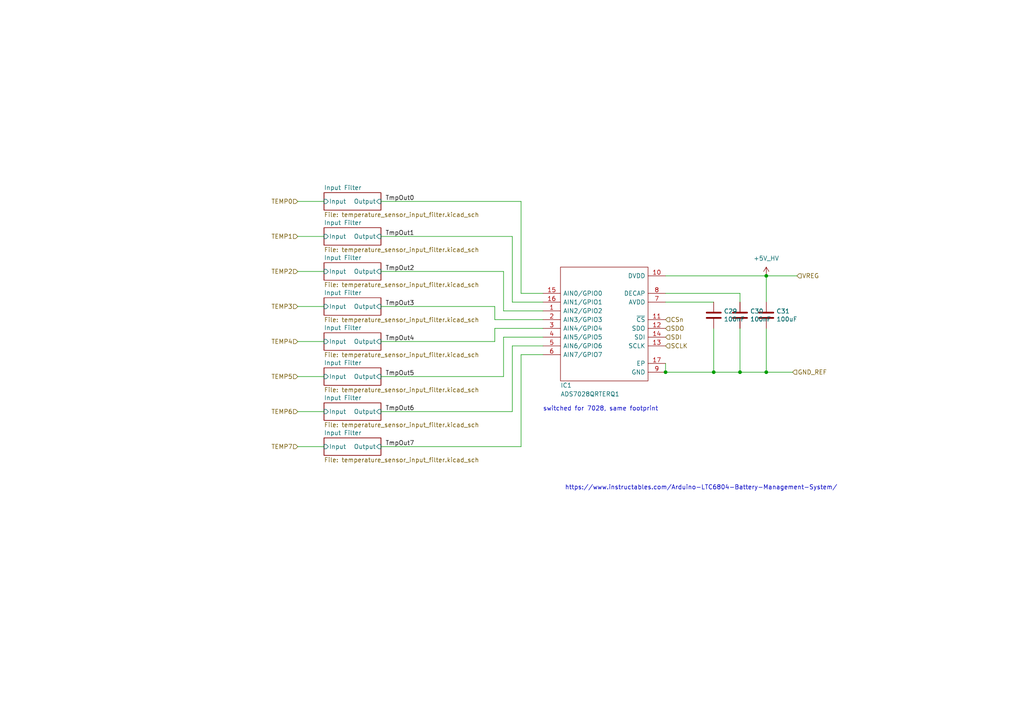
<source format=kicad_sch>
(kicad_sch (version 20211123) (generator eeschema)
  (paper "A4")
  (lib_symbols
    (symbol "+5v_hv:+5V_HV" (power) (pin_names (offset 0))
      (property "Value" "+5V_HV" (at 0 3.556 0))
      (symbol "+5V_HV_0_1"
        (polyline (pts (xy -0.762 1.27) (xy 0 2.54)))
        (polyline (pts (xy 0 0) (xy 0 2.54)))
        (polyline (pts (xy 0 2.54) (xy 0.762 1.27)))
      )
      (symbol "+5V_HV_1_1"
        (pin power_in line (at 0 0 90) (length 0) hide (name "+5V_HV") (number "1"))
      )
    )
    (symbol "Device:C" (pin_numbers hide) (pin_names (offset 0.254))
      (property "Reference" "C" (at 0.635 2.54 0))
      (property "Value" "C" (at 0.635 -2.54 0))
      (symbol "C_0_1"
        (polyline (pts (xy -2.032 -0.762) (xy 2.032 -0.762)) (stroke (width 0.508)))
        (polyline (pts (xy -2.032 0.762) (xy 2.032 0.762)) (stroke (width 0.508)))
      )
      (symbol "C_1_1"
        (pin passive line (at 0 3.81 270) (length 2.794) (name "~") (number "1"))
        (pin passive line (at 0 -3.81 90) (length 2.794) (name "~") (number "2"))
      )
    )
    (symbol "SamacSys_Parts:ADS7038QRTERQ1" (pin_names (offset 0.762))
      (property "Reference" "IC" (at 31.75 22.86 0))
      (property "Value" "ADS7038QRTERQ1" (at 31.75 20.32 0))
      (symbol "ADS7038QRTERQ1_0_0"
        (pin passive line (at 0 0 0) (length 5.08) (name "AIN2/GPIO2") (number "1"))
        (pin passive line (at 35.56 10.16 180) (length 5.08) (name "DVDD") (number "10"))
        (pin passive line (at 35.56 -2.54 180) (length 5.08) (name "~{CS}") (number "11"))
        (pin passive line (at 35.56 -5.08 180) (length 5.08) (name "SDO") (number "12"))
        (pin passive line (at 35.56 -10.16 180) (length 5.08) (name "SCLK") (number "13"))
        (pin passive line (at 35.56 -7.62 180) (length 5.08) (name "SDI") (number "14"))
        (pin passive line (at 0 5.08 0) (length 5.08) (name "AIN0/GPIO0") (number "15"))
        (pin passive line (at 0 2.54 0) (length 5.08) (name "AIN1/GPIO1") (number "16"))
        (pin passive line (at 35.56 -15.24 180) (length 5.08) (name "EP") (number "17"))
        (pin passive line (at 0 -2.54 0) (length 5.08) (name "AIN3/GPIO3") (number "2"))
        (pin passive line (at 0 -5.08 0) (length 5.08) (name "AIN4/GPIO4") (number "3"))
        (pin passive line (at 0 -7.62 0) (length 5.08) (name "AIN5/GPIO5") (number "4"))
        (pin passive line (at 0 -10.16 0) (length 5.08) (name "AIN6/GPIO6") (number "5"))
        (pin passive line (at 0 -12.7 0) (length 5.08) (name "AIN7/GPIO7") (number "6"))
        (pin passive line (at 35.56 2.54 180) (length 5.08) (name "AVDD") (number "7"))
        (pin passive line (at 35.56 5.08 180) (length 5.08) (name "DECAP") (number "8"))
        (pin passive line (at 35.56 -17.78 180) (length 5.08) (name "GND") (number "9"))
      )
      (symbol "ADS7038QRTERQ1_0_1"
        (polyline (pts (xy 5.08 12.7) (xy 30.48 12.7) (xy 30.48 -20.32) (xy 5.08 -20.32) (xy 5.08 12.7)) (stroke (width 0.1524)))
      )
    )
  )
  (junction (at 222.25 107.95))
  (junction (at 214.63 107.95))
  (junction (at 193.04 107.95))
  (junction (at 222.25 80.01))
  (junction (at 207.01 107.95))
  (wire (pts (xy 222.25 95.25) (xy 222.25 107.95)))
  (wire (pts (xy 151.13 102.87) (xy 157.48 102.87)))
  (wire (pts (xy 151.13 129.54) (xy 151.13 102.87)))
  (wire (pts (xy 110.49 58.42) (xy 151.13 58.42)))
  (wire (pts (xy 193.04 105.41) (xy 193.04 107.95)))
  (wire (pts (xy 207.01 95.25) (xy 207.01 107.95)))
  (wire (pts (xy 93.98 78.74) (xy 86.36 78.74)))
  (wire (pts (xy 143.51 99.06) (xy 143.51 95.25)))
  (wire (pts (xy 193.04 107.95) (xy 207.01 107.95)))
  (wire (pts (xy 222.25 80.01) (xy 222.25 87.63)))
  (wire (pts (xy 143.51 95.25) (xy 157.48 95.25)))
  (wire (pts (xy 146.05 90.17) (xy 157.48 90.17)))
  (wire (pts (xy 93.98 109.22) (xy 86.36 109.22)))
  (wire (pts (xy 146.05 109.22) (xy 146.05 97.79)))
  (wire (pts (xy 93.98 99.06) (xy 86.36 99.06)))
  (wire (pts (xy 148.59 68.58) (xy 148.59 87.63)))
  (wire (pts (xy 214.63 85.09) (xy 193.04 85.09)))
  (wire (pts (xy 148.59 100.33) (xy 157.48 100.33)))
  (wire (pts (xy 93.98 58.42) (xy 86.36 58.42)))
  (wire (pts (xy 151.13 85.09) (xy 157.48 85.09)))
  (wire (pts (xy 93.98 129.54) (xy 86.36 129.54)))
  (wire (pts (xy 214.63 87.63) (xy 214.63 85.09)))
  (wire (pts (xy 110.49 99.06) (xy 143.51 99.06)))
  (wire (pts (xy 229.87 107.95) (xy 222.25 107.95)))
  (wire (pts (xy 148.59 119.38) (xy 148.59 100.33)))
  (wire (pts (xy 222.25 107.95) (xy 214.63 107.95)))
  (wire (pts (xy 110.49 88.9) (xy 143.51 88.9)))
  (wire (pts (xy 222.25 80.01) (xy 231.14 80.01)))
  (wire (pts (xy 110.49 68.58) (xy 148.59 68.58)))
  (wire (pts (xy 214.63 107.95) (xy 207.01 107.95)))
  (wire (pts (xy 93.98 88.9) (xy 86.36 88.9)))
  (wire (pts (xy 93.98 119.38) (xy 86.36 119.38)))
  (wire (pts (xy 110.49 78.74) (xy 146.05 78.74)))
  (wire (pts (xy 110.49 119.38) (xy 148.59 119.38)))
  (wire (pts (xy 148.59 87.63) (xy 157.48 87.63)))
  (wire (pts (xy 193.04 87.63) (xy 207.01 87.63)))
  (wire (pts (xy 151.13 58.42) (xy 151.13 85.09)))
  (wire (pts (xy 110.49 129.54) (xy 151.13 129.54)))
  (wire (pts (xy 146.05 97.79) (xy 157.48 97.79)))
  (wire (pts (xy 93.98 68.58) (xy 86.36 68.58)))
  (wire (pts (xy 143.51 88.9) (xy 143.51 92.71)))
  (wire (pts (xy 214.63 95.25) (xy 214.63 107.95)))
  (wire (pts (xy 110.49 109.22) (xy 146.05 109.22)))
  (wire (pts (xy 146.05 78.74) (xy 146.05 90.17)))
  (wire (pts (xy 193.04 80.01) (xy 222.25 80.01)))
  (wire (pts (xy 143.51 92.71) (xy 157.48 92.71)))
  (text "https://www.instructables.com/Arduino-LTC6804-Battery-Management-System/\n" (at 163.83 142.24 0) (effects (font (size 1.27 1.27)) (justify left bottom)))
  (text "switched for 7028, same footprint" (at 157.48 119.38 0) (effects (font (size 1.27 1.27)) (justify left bottom)))
  (label "TmpOut7" (at 111.76 129.54 0))
  (label "TmpOut4" (at 111.76 99.06 0))
  (label "TmpOut0" (at 111.76 58.42 0))
  (label "TmpOut5" (at 111.76 109.22 0))
  (label "TmpOut3" (at 111.76 88.9 0))
  (label "TmpOut2" (at 111.76 78.74 0))
  (label "TmpOut6" (at 111.76 119.38 0))
  (label "TmpOut1" (at 111.76 68.58 0))
  (hierarchical_label "TEMP7" (shape input) (at 86.36 129.54 180))
  (hierarchical_label "TEMP2" (shape input) (at 86.36 78.74 180))
  (hierarchical_label "VREG" (shape input) (at 231.14 80.01 0))
  (hierarchical_label "TEMP4" (shape input) (at 86.36 99.06 180))
  (hierarchical_label "TEMP0" (shape input) (at 86.36 58.42 180))
  (hierarchical_label "TEMP5" (shape input) (at 86.36 109.22 180))
  (hierarchical_label "SDI" (shape input) (at 193.04 97.79 0))
  (hierarchical_label "SDO" (shape input) (at 193.04 95.25 0))
  (hierarchical_label "TEMP1" (shape input) (at 86.36 68.58 180))
  (hierarchical_label "TEMP3" (shape input) (at 86.36 88.9 180))
  (hierarchical_label "CSn" (shape input) (at 193.04 92.71 0))
  (hierarchical_label "SCLK" (shape input) (at 193.04 100.33 0))
  (hierarchical_label "TEMP6" (shape input) (at 86.36 119.38 180))
  (hierarchical_label "GND_REF" (shape input) (at 229.87 107.95 0))
  (symbol (lib_id "SamacSys_Parts:ADS7038QRTERQ1") (at 157.48 90.17 0) (unit 1)
    (property "Reference" "IC1" (at 162.56 111.76 0) (effects (justify left)))
    (property "Value" "ADS7028QRTERQ1" (at 162.56 114.3 0) (effects (justify left)))
    (property "Footprint" "Package_DFN_QFN:WQFN-16-1EP_3x3mm_P0.5mm_EP1.6x1.6mm" (effects hide))
    (property "Datasheet" "https://www.ti.com/lit/ds/symlink/ads7028.pdf?ts=1650347374272&ref_url=https%253A%252F%252Fau.mouser.com%252F" (effects hide))
    (property "Description" "ADS7028 Q1 Small 8 Channel 12 Bit ADC With SPI Interface and CRC" (effects hide))
    (property "Mouser Part Number" "NOT AVAILABLE!" (effects hide))
    (property "Manufacturer" "Texas Instruments" (effects hide))
    (property "Part Number" "ADS7028IRTER" (effects hide))
  )
  (symbol (lib_id "Device:C") (at 207.01 91.44 0) (unit 1)
    (property "Reference" "C29" (at 209.931 90.2716 0) (effects (justify left)))
    (property "Value" "100nF" (at 209.931 92.583 0) (effects (justify left)))
    (property "Footprint" "Capacitor_SMD:C_0805_2012Metric_Pad1.18x1.45mm_HandSolder" (effects hide))
    (property "Part Number" "-" (effects hide))
    (property "Manufacturer" "-" (effects hide))
  )
  (symbol (lib_id "Device:C") (at 214.63 91.44 0) (unit 1)
    (property "Reference" "C30" (at 217.551 90.2716 0) (effects (justify left)))
    (property "Value" "100nF" (at 217.551 92.583 0) (effects (justify left)))
    (property "Footprint" "Capacitor_SMD:C_0603_1608Metric_Pad1.08x0.95mm_HandSolder" (effects hide))
    (property "Part Number" "-" (effects hide))
    (property "Manufacturer" "-" (effects hide))
  )
  (symbol (lib_id "Device:C") (at 222.25 91.44 0) (unit 1)
    (property "Reference" "C31" (at 225.171 90.2716 0) (effects (justify left)))
    (property "Value" "100uF" (at 225.171 92.583 0) (effects (justify left)))
    (property "Footprint" "Capacitor_SMD:C_1206_3216Metric_Pad1.33x1.80mm_HandSolder" (effects hide))
    (property "Part Number" "-" (effects hide))
    (property "Manufacturer" "-" (effects hide))
  )
  (symbol (lib_id "+5v_hv:+5V_HV") (at 222.25 80.01 0) (unit 1)
    (property "Reference" "#PWR057" (effects hide))
    (property "Value" "+5V_HV" (at 222.25 74.93 0))
  )
  (sheet (at 93.98 55.88) (size 16.51 5.08)
    (property "Sheet name" "Input Filter" (at 93.98 55.1684 0) (effects (justify left bottom)))
    (property "Sheet file" "temperature_sensor_input_filter.kicad_sch" (at 93.98 61.5446 0) (effects (justify left top)))
    (pin "Output" input (at 110.49 58.42 0))
    (pin "Input" input (at 93.98 58.42 180))
  )
  (sheet (at 93.98 66.04) (size 16.51 5.08)
    (property "Sheet name" "Input Filter" (at 93.98 65.3284 0) (effects (justify left bottom)))
    (property "Sheet file" "temperature_sensor_input_filter.kicad_sch" (at 93.98 71.7046 0) (effects (justify left top)))
    (pin "Output" input (at 110.49 68.58 0))
    (pin "Input" input (at 93.98 68.58 180))
  )
  (sheet (at 93.98 76.2) (size 16.51 5.08)
    (property "Sheet name" "Input Filter" (at 93.98 75.4884 0) (effects (justify left bottom)))
    (property "Sheet file" "temperature_sensor_input_filter.kicad_sch" (at 93.98 81.8646 0) (effects (justify left top)))
    (pin "Output" input (at 110.49 78.74 0))
    (pin "Input" input (at 93.98 78.74 180))
  )
  (sheet (at 93.98 86.36) (size 16.51 5.08)
    (property "Sheet name" "Input Filter" (at 93.98 85.6484 0) (effects (justify left bottom)))
    (property "Sheet file" "temperature_sensor_input_filter.kicad_sch" (at 93.98 92.0246 0) (effects (justify left top)))
    (pin "Output" input (at 110.49 88.9 0))
    (pin "Input" input (at 93.98 88.9 180))
  )
  (sheet (at 93.98 96.52) (size 16.51 5.08)
    (property "Sheet name" "Input Filter" (at 93.98 95.8084 0) (effects (justify left bottom)))
    (property "Sheet file" "temperature_sensor_input_filter.kicad_sch" (at 93.98 102.1846 0) (effects (justify left top)))
    (pin "Output" input (at 110.49 99.06 0))
    (pin "Input" input (at 93.98 99.06 180))
  )
  (sheet (at 93.98 106.68) (size 16.51 5.08)
    (property "Sheet name" "Input Filter" (at 93.98 105.9684 0) (effects (justify left bottom)))
    (property "Sheet file" "temperature_sensor_input_filter.kicad_sch" (at 93.98 112.3446 0) (effects (justify left top)))
    (pin "Output" input (at 110.49 109.22 0))
    (pin "Input" input (at 93.98 109.22 180))
  )
  (sheet (at 93.98 116.84) (size 16.51 5.08)
    (property "Sheet name" "Input Filter" (at 93.98 116.1284 0) (effects (justify left bottom)))
    (property "Sheet file" "temperature_sensor_input_filter.kicad_sch" (at 93.98 122.5046 0) (effects (justify left top)))
    (pin "Output" input (at 110.49 119.38 0))
    (pin "Input" input (at 93.98 119.38 180))
  )
  (sheet (at 93.98 127) (size 16.51 5.08)
    (property "Sheet name" "Input Filter" (at 93.98 126.2884 0) (effects (justify left bottom)))
    (property "Sheet file" "temperature_sensor_input_filter.kicad_sch" (at 93.98 132.6646 0) (effects (justify left top)))
    (pin "Output" input (at 110.49 129.54 0))
    (pin "Input" input (at 93.98 129.54 180))
  )
)
</source>
